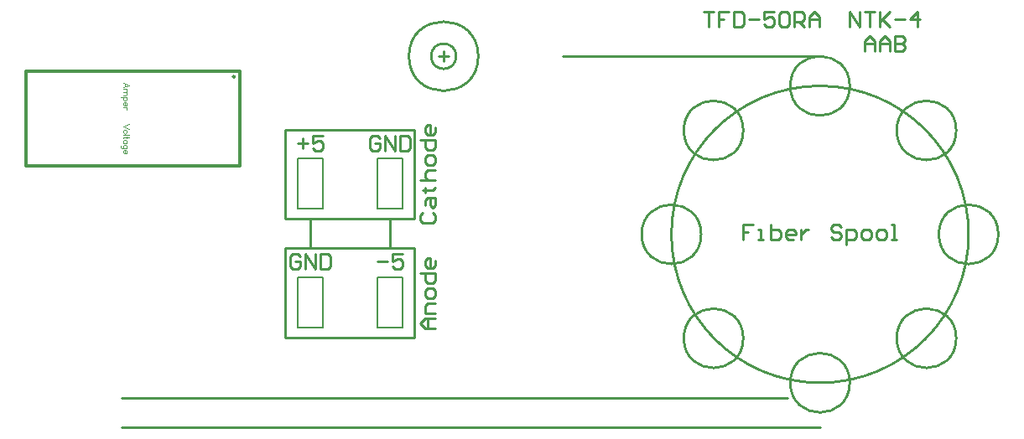
<source format=gto>
G04*
G04 #@! TF.GenerationSoftware,Altium Limited,Altium Designer,18.0.9 (584)*
G04*
G04 Layer_Color=65535*
%FSLAX43Y43*%
%MOMM*%
G71*
G01*
G75*
%ADD10C,0.254*%
%ADD11C,0.200*%
%ADD12C,0.300*%
%ADD13C,0.100*%
D10*
X43270Y45500D02*
G03*
X43270Y45500I-1270J0D01*
G01*
X45500D02*
G03*
X45500Y45500I-3500J0D01*
G01*
X20920Y43423D02*
G03*
X20920Y43423I-92J0D01*
G01*
X98000Y27500D02*
G03*
X98000Y27500I-3000J0D01*
G01*
X93750Y38000D02*
G03*
X93750Y38000I-3000J0D01*
G01*
X83000Y42500D02*
G03*
X83000Y42500I-3000J0D01*
G01*
X72250Y38000D02*
G03*
X72250Y38000I-3000J0D01*
G01*
X68000Y27500D02*
G03*
X68000Y27500I-3000J0D01*
G01*
X93750Y17000D02*
G03*
X93750Y17000I-3000J0D01*
G01*
X83000Y12500D02*
G03*
X83000Y12500I-3000J0D01*
G01*
X72250Y17000D02*
G03*
X72250Y17000I-3000J0D01*
G01*
X95000Y27500D02*
G03*
X95000Y27500I-15000J0D01*
G01*
X54000Y45500D02*
X80000Y45500D01*
X36565Y26145D02*
Y29080D01*
X28565Y26145D02*
Y29080D01*
X39065D02*
Y38080D01*
X39000Y17080D02*
Y26080D01*
X26000Y26080D02*
X39000Y26080D01*
X26000Y17080D02*
Y26080D01*
Y17080D02*
X39000D01*
X26000Y38080D02*
X39000D01*
X26000Y29080D02*
Y38080D01*
Y29080D02*
X39000D01*
X42000Y45000D02*
Y46000D01*
X41500Y45500D02*
X42500D01*
X9500Y11000D02*
X76750D01*
X9500Y8000D02*
X80000D01*
X73271Y28516D02*
X72256D01*
Y27754D01*
X72763D01*
X72256D01*
Y26992D01*
X73779D02*
X74287D01*
X74033D01*
Y28008D01*
X73779D01*
X75049Y28516D02*
Y26992D01*
X75810D01*
X76064Y27246D01*
Y27500D01*
Y27754D01*
X75810Y28008D01*
X75049D01*
X77334Y26992D02*
X76826D01*
X76572Y27246D01*
Y27754D01*
X76826Y28008D01*
X77334D01*
X77588Y27754D01*
Y27500D01*
X76572D01*
X78096Y28008D02*
Y26992D01*
Y27500D01*
X78350Y27754D01*
X78603Y28008D01*
X78857D01*
X82158Y28262D02*
X81904Y28516D01*
X81397D01*
X81143Y28262D01*
Y28008D01*
X81397Y27754D01*
X81904D01*
X82158Y27500D01*
Y27246D01*
X81904Y26992D01*
X81397D01*
X81143Y27246D01*
X82666Y26484D02*
Y28008D01*
X83428D01*
X83682Y27754D01*
Y27246D01*
X83428Y26992D01*
X82666D01*
X84444D02*
X84951D01*
X85205Y27246D01*
Y27754D01*
X84951Y28008D01*
X84444D01*
X84190Y27754D01*
Y27246D01*
X84444Y26992D01*
X85967D02*
X86475D01*
X86729Y27246D01*
Y27754D01*
X86475Y28008D01*
X85967D01*
X85713Y27754D01*
Y27246D01*
X85967Y26992D01*
X87237D02*
X87744D01*
X87491D01*
Y28516D01*
X87237D01*
X41115Y18025D02*
X40100D01*
X39592Y18533D01*
X40100Y19041D01*
X41115D01*
X40353D01*
Y18025D01*
X41115Y19549D02*
X40100D01*
Y20310D01*
X40353Y20564D01*
X41115D01*
Y21326D02*
Y21834D01*
X40861Y22088D01*
X40353D01*
X40100Y21834D01*
Y21326D01*
X40353Y21072D01*
X40861D01*
X41115Y21326D01*
X39592Y23611D02*
X41115D01*
Y22850D01*
X40861Y22596D01*
X40353D01*
X40100Y22850D01*
Y23611D01*
X41115Y24881D02*
Y24373D01*
X40861Y24119D01*
X40353D01*
X40100Y24373D01*
Y24881D01*
X40353Y25135D01*
X40607D01*
Y24119D01*
X39846Y29644D02*
X39592Y29390D01*
Y28882D01*
X39846Y28628D01*
X40861D01*
X41115Y28882D01*
Y29390D01*
X40861Y29644D01*
X40100Y30406D02*
Y30914D01*
X40353Y31168D01*
X41115D01*
Y30406D01*
X40861Y30152D01*
X40607Y30406D01*
Y31168D01*
X39846Y31929D02*
X40100D01*
Y31676D01*
Y32183D01*
Y31929D01*
X40861D01*
X41115Y32183D01*
X39592Y32945D02*
X41115D01*
X40353D01*
X40100Y33199D01*
Y33707D01*
X40353Y33961D01*
X41115D01*
Y34723D02*
Y35230D01*
X40861Y35484D01*
X40353D01*
X40100Y35230D01*
Y34723D01*
X40353Y34469D01*
X40861D01*
X41115Y34723D01*
X39592Y37008D02*
X41115D01*
Y36246D01*
X40861Y35992D01*
X40353D01*
X40100Y36246D01*
Y37008D01*
X41115Y38277D02*
Y37770D01*
X40861Y37516D01*
X40353D01*
X40100Y37770D01*
Y38277D01*
X40353Y38531D01*
X40607D01*
Y37516D01*
X35549Y37250D02*
X35295Y37504D01*
X34787D01*
X34534Y37250D01*
Y36234D01*
X34787Y35980D01*
X35295D01*
X35549Y36234D01*
Y36742D01*
X35041D01*
X36057Y35980D02*
Y37504D01*
X37073Y35980D01*
Y37504D01*
X37581D02*
Y35980D01*
X38342D01*
X38596Y36234D01*
Y37250D01*
X38342Y37504D01*
X37581D01*
X35295Y24742D02*
X36311D01*
X37834Y25504D02*
X36819D01*
Y24742D01*
X37327Y24996D01*
X37581D01*
X37834Y24742D01*
Y24234D01*
X37581Y23980D01*
X37073D01*
X36819Y24234D01*
X27549Y25249D02*
X27295Y25503D01*
X26787D01*
X26534Y25249D01*
Y24234D01*
X26787Y23980D01*
X27295D01*
X27549Y24234D01*
Y24742D01*
X27041D01*
X28057Y23980D02*
Y25503D01*
X29073Y23980D01*
Y25503D01*
X29581D02*
Y23980D01*
X30342D01*
X30596Y24234D01*
Y25249D01*
X30342Y25503D01*
X29581D01*
X27295Y36742D02*
X28311D01*
X27803Y37249D02*
Y36234D01*
X29834Y37503D02*
X28819D01*
Y36742D01*
X29327Y36996D01*
X29581D01*
X29834Y36742D01*
Y36234D01*
X29581Y35980D01*
X29073D01*
X28819Y36234D01*
X68250Y50023D02*
X69266D01*
X68758D01*
Y48500D01*
X70789Y50023D02*
X69774D01*
Y49262D01*
X70281D01*
X69774D01*
Y48500D01*
X71297Y50023D02*
Y48500D01*
X72059D01*
X72313Y48754D01*
Y49770D01*
X72059Y50023D01*
X71297D01*
X72821Y49262D02*
X73836D01*
X75360Y50023D02*
X74344D01*
Y49262D01*
X74852Y49516D01*
X75106D01*
X75360Y49262D01*
Y48754D01*
X75106Y48500D01*
X74598D01*
X74344Y48754D01*
X75868Y49770D02*
X76121Y50023D01*
X76629D01*
X76883Y49770D01*
Y48754D01*
X76629Y48500D01*
X76121D01*
X75868Y48754D01*
Y49770D01*
X77391Y48500D02*
Y50023D01*
X78153D01*
X78407Y49770D01*
Y49262D01*
X78153Y49008D01*
X77391D01*
X77899D02*
X78407Y48500D01*
X78915D02*
Y49516D01*
X79422Y50023D01*
X79930Y49516D01*
Y48500D01*
Y49262D01*
X78915D01*
X83000Y48500D02*
Y50023D01*
X84016Y48500D01*
Y50023D01*
X84524D02*
X85539D01*
X85031D01*
Y48500D01*
X86047Y50023D02*
Y48500D01*
Y49008D01*
X87063Y50023D01*
X86301Y49262D01*
X87063Y48500D01*
X87571Y49262D02*
X88586D01*
X89856Y48500D02*
Y50023D01*
X89094Y49262D01*
X90110D01*
X84500Y46000D02*
Y47016D01*
X85008Y47524D01*
X85516Y47016D01*
Y46000D01*
Y46762D01*
X84500D01*
X86024Y46000D02*
Y47016D01*
X86531Y47524D01*
X87039Y47016D01*
Y46000D01*
Y46762D01*
X86024D01*
X87547Y47524D02*
Y46000D01*
X88309D01*
X88563Y46254D01*
Y46508D01*
X88309Y46762D01*
X87547D01*
X88309D01*
X88563Y47016D01*
Y47270D01*
X88309Y47524D01*
X87547D01*
D11*
X27295Y18110D02*
X29835D01*
X27295D02*
Y23190D01*
X29835D01*
Y18110D02*
Y23190D01*
X35295Y30110D02*
X37835D01*
X35295D02*
Y35190D01*
X37835D01*
Y30110D02*
Y35190D01*
X27295Y30110D02*
X29835D01*
X27295D02*
Y35190D01*
X29835D01*
Y30110D02*
Y35190D01*
X35295Y18110D02*
X37835D01*
X35295D02*
Y23190D01*
X37835D01*
Y18110D02*
Y23190D01*
D12*
X-173Y43977D02*
X21417D01*
X-173Y34377D02*
X21417D01*
Y43977D01*
X-173Y34377D02*
Y43977D01*
D13*
X10248Y38619D02*
X9623Y38381D01*
X10248Y38143D02*
X9623Y38381D01*
X10040Y37914D02*
X10010Y37973D01*
X9950Y38033D01*
X9861Y38062D01*
X9802D01*
X9712Y38033D01*
X9653Y37973D01*
X9623Y37914D01*
Y37824D01*
X9653Y37765D01*
X9712Y37705D01*
X9802Y37676D01*
X9861D01*
X9950Y37705D01*
X10010Y37765D01*
X10040Y37824D01*
Y37914D01*
X10248Y37539D02*
X9623D01*
X10248Y37319D02*
X9742D01*
X9653Y37289D01*
X9623Y37229D01*
Y37170D01*
X10040Y37408D02*
Y37200D01*
Y36723D02*
X9623D01*
X9950D02*
X10010Y36783D01*
X10040Y36842D01*
Y36932D01*
X10010Y36991D01*
X9950Y37051D01*
X9861Y37081D01*
X9802D01*
X9712Y37051D01*
X9653Y36991D01*
X9623Y36932D01*
Y36842D01*
X9653Y36783D01*
X9712Y36723D01*
X10040Y36200D02*
X9563D01*
X9474Y36230D01*
X9444Y36259D01*
X9415Y36319D01*
Y36408D01*
X9444Y36468D01*
X9950Y36200D02*
X10010Y36259D01*
X10040Y36319D01*
Y36408D01*
X10010Y36468D01*
X9950Y36527D01*
X9861Y36557D01*
X9802D01*
X9712Y36527D01*
X9653Y36468D01*
X9623Y36408D01*
Y36319D01*
X9653Y36259D01*
X9712Y36200D01*
X9861Y36033D02*
Y35676D01*
X9921D01*
X9980Y35706D01*
X10010Y35736D01*
X10040Y35795D01*
Y35884D01*
X10010Y35944D01*
X9950Y36003D01*
X9861Y36033D01*
X9802D01*
X9712Y36003D01*
X9653Y35944D01*
X9623Y35884D01*
Y35795D01*
X9653Y35736D01*
X9712Y35676D01*
X9623Y42343D02*
X10248Y42581D01*
X9623Y42819D01*
X9831Y42730D02*
Y42432D01*
X10040Y42197D02*
X9623D01*
X9921D02*
X10010Y42108D01*
X10040Y42048D01*
Y41959D01*
X10010Y41899D01*
X9921Y41870D01*
X9623D01*
X9921D02*
X10010Y41780D01*
X10040Y41721D01*
Y41632D01*
X10010Y41572D01*
X9921Y41542D01*
X9623D01*
X10040Y41346D02*
X9415D01*
X9950D02*
X10010Y41286D01*
X10040Y41227D01*
Y41138D01*
X10010Y41078D01*
X9950Y41019D01*
X9861Y40989D01*
X9802D01*
X9712Y41019D01*
X9653Y41078D01*
X9623Y41138D01*
Y41227D01*
X9653Y41286D01*
X9712Y41346D01*
X9861Y40855D02*
Y40498D01*
X9921D01*
X9980Y40528D01*
X10010Y40557D01*
X10040Y40617D01*
Y40706D01*
X10010Y40766D01*
X9950Y40825D01*
X9861Y40855D01*
X9802D01*
X9712Y40825D01*
X9653Y40766D01*
X9623Y40706D01*
Y40617D01*
X9653Y40557D01*
X9712Y40498D01*
X10040Y40364D02*
X9623D01*
X9861D02*
X9950Y40334D01*
X10010Y40275D01*
X10040Y40215D01*
Y40126D01*
M02*

</source>
